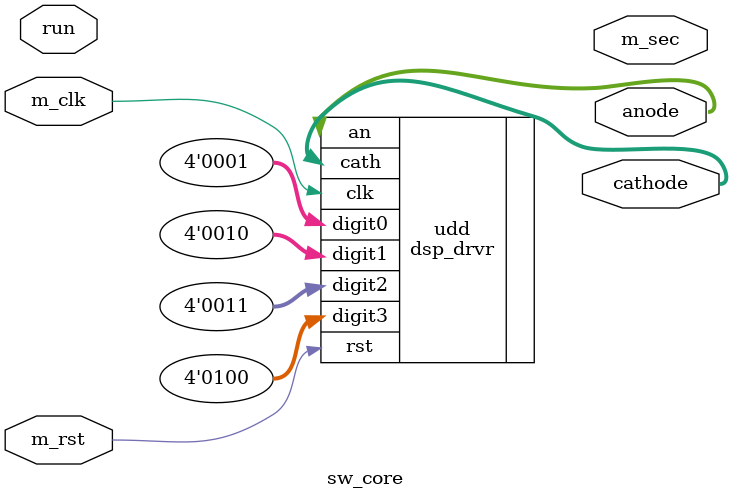
<source format=v>
`timescale 1ns / 1ps
module sw_core(
    input run,
    input m_rst,
    input m_clk,
    output [6:0] cathode,
    output [3:0] anode,
    output m_sec
    );

//Instantiate the dsp_driver module as udd with kin of crazy format
//let us see that the spaces do not matter in this language.
dsp_drvr udd(.digit0(4'b0001), 
					.digit1(4'b0010), 
					.digit2(4'b0011), 
					.digit3(4'b0100),
					.rst(m_rst),
					.clk(m_clk),
					.cath(cathode),
					.an(anode));
					
endmodule

</source>
